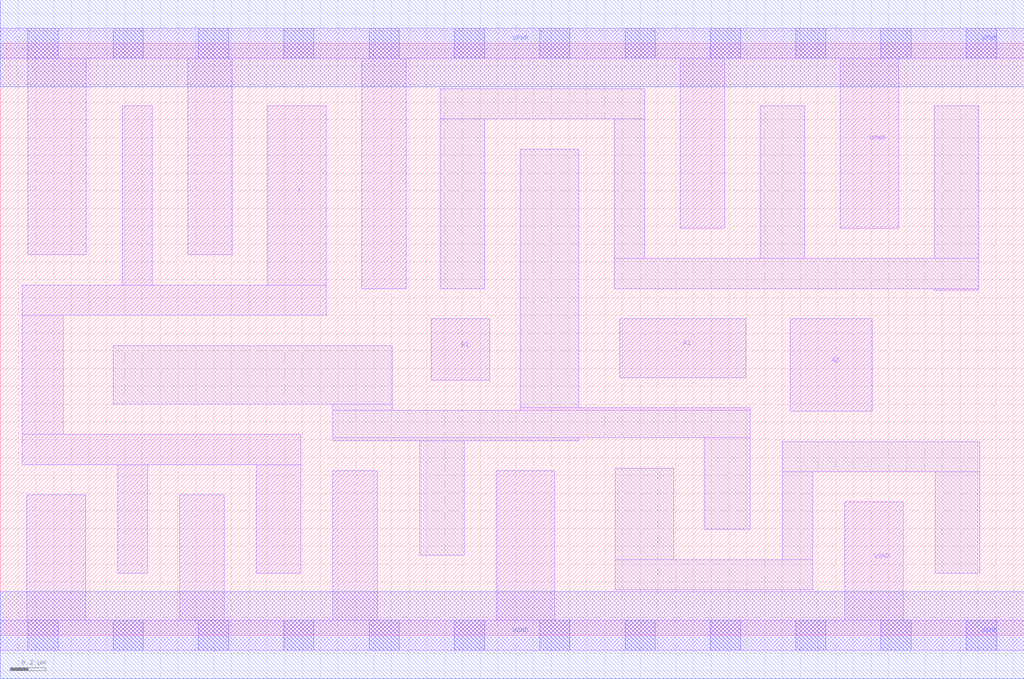
<source format=lef>
# Copyright 2020 The SkyWater PDK Authors
#
# Licensed under the Apache License, Version 2.0 (the "License");
# you may not use this file except in compliance with the License.
# You may obtain a copy of the License at
#
#     https://www.apache.org/licenses/LICENSE-2.0
#
# Unless required by applicable law or agreed to in writing, software
# distributed under the License is distributed on an "AS IS" BASIS,
# WITHOUT WARRANTIES OR CONDITIONS OF ANY KIND, either express or implied.
# See the License for the specific language governing permissions and
# limitations under the License.
#
# SPDX-License-Identifier: Apache-2.0

VERSION 5.7 ;
  NAMESCASESENSITIVE ON ;
  NOWIREEXTENSIONATPIN ON ;
  DIVIDERCHAR "/" ;
  BUSBITCHARS "[]" ;
UNITS
  DATABASE MICRONS 200 ;
END UNITS
MACRO sky130_fd_sc_ls__a21o_4
  CLASS CORE ;
  SOURCE USER ;
  FOREIGN sky130_fd_sc_ls__a21o_4 ;
  ORIGIN  0.000000  0.000000 ;
  SIZE  5.760000 BY  3.330000 ;
  SYMMETRY X Y ;
  SITE unit ;
  PIN A1
    ANTENNAGATEAREA  0.492000 ;
    DIRECTION INPUT ;
    USE SIGNAL ;
    PORT
      LAYER li1 ;
        RECT 3.485000 1.450000 4.195000 1.780000 ;
    END
  END A1
  PIN A2
    ANTENNAGATEAREA  0.492000 ;
    DIRECTION INPUT ;
    USE SIGNAL ;
    PORT
      LAYER li1 ;
        RECT 4.445000 1.260000 4.905000 1.780000 ;
    END
  END A2
  PIN B1
    ANTENNAGATEAREA  0.492000 ;
    DIRECTION INPUT ;
    USE SIGNAL ;
    PORT
      LAYER li1 ;
        RECT 2.425000 1.435000 2.755000 1.780000 ;
    END
  END B1
  PIN X
    ANTENNADIFFAREA  1.086400 ;
    DIRECTION OUTPUT ;
    USE SIGNAL ;
    PORT
      LAYER li1 ;
        RECT 0.125000 0.960000 1.690000 1.130000 ;
        RECT 0.125000 1.130000 0.355000 1.800000 ;
        RECT 0.125000 1.800000 1.835000 1.970000 ;
        RECT 0.660000 0.350000 0.830000 0.960000 ;
        RECT 0.685000 1.970000 0.855000 2.980000 ;
        RECT 1.440000 0.350000 1.690000 0.960000 ;
        RECT 1.505000 1.970000 1.835000 2.980000 ;
    END
  END X
  PIN VGND
    DIRECTION INOUT ;
    SHAPE ABUTMENT ;
    USE GROUND ;
    PORT
      LAYER li1 ;
        RECT 0.000000 -0.085000 5.760000 0.085000 ;
        RECT 0.150000  0.085000 0.480000 0.790000 ;
        RECT 1.010000  0.085000 1.260000 0.790000 ;
        RECT 1.870000  0.085000 2.120000 0.925000 ;
        RECT 2.790000  0.085000 3.120000 0.925000 ;
        RECT 4.750000  0.085000 5.080000 0.750000 ;
      LAYER mcon ;
        RECT 0.155000 -0.085000 0.325000 0.085000 ;
        RECT 0.635000 -0.085000 0.805000 0.085000 ;
        RECT 1.115000 -0.085000 1.285000 0.085000 ;
        RECT 1.595000 -0.085000 1.765000 0.085000 ;
        RECT 2.075000 -0.085000 2.245000 0.085000 ;
        RECT 2.555000 -0.085000 2.725000 0.085000 ;
        RECT 3.035000 -0.085000 3.205000 0.085000 ;
        RECT 3.515000 -0.085000 3.685000 0.085000 ;
        RECT 3.995000 -0.085000 4.165000 0.085000 ;
        RECT 4.475000 -0.085000 4.645000 0.085000 ;
        RECT 4.955000 -0.085000 5.125000 0.085000 ;
        RECT 5.435000 -0.085000 5.605000 0.085000 ;
      LAYER met1 ;
        RECT 0.000000 -0.245000 5.760000 0.245000 ;
    END
  END VGND
  PIN VPWR
    DIRECTION INOUT ;
    SHAPE ABUTMENT ;
    USE POWER ;
    PORT
      LAYER li1 ;
        RECT 0.000000 3.245000 5.760000 3.415000 ;
        RECT 0.155000 2.140000 0.485000 3.245000 ;
        RECT 1.055000 2.140000 1.305000 3.245000 ;
        RECT 2.035000 1.950000 2.285000 3.245000 ;
        RECT 3.825000 2.290000 4.075000 3.245000 ;
        RECT 4.725000 2.290000 5.055000 3.245000 ;
      LAYER mcon ;
        RECT 0.155000 3.245000 0.325000 3.415000 ;
        RECT 0.635000 3.245000 0.805000 3.415000 ;
        RECT 1.115000 3.245000 1.285000 3.415000 ;
        RECT 1.595000 3.245000 1.765000 3.415000 ;
        RECT 2.075000 3.245000 2.245000 3.415000 ;
        RECT 2.555000 3.245000 2.725000 3.415000 ;
        RECT 3.035000 3.245000 3.205000 3.415000 ;
        RECT 3.515000 3.245000 3.685000 3.415000 ;
        RECT 3.995000 3.245000 4.165000 3.415000 ;
        RECT 4.475000 3.245000 4.645000 3.415000 ;
        RECT 4.955000 3.245000 5.125000 3.415000 ;
        RECT 5.435000 3.245000 5.605000 3.415000 ;
      LAYER met1 ;
        RECT 0.000000 3.085000 5.760000 3.575000 ;
    END
  END VPWR
  OBS
    LAYER li1 ;
      RECT 0.635000 1.300000 2.205000 1.630000 ;
      RECT 1.870000 1.095000 3.255000 1.110000 ;
      RECT 1.870000 1.110000 4.220000 1.265000 ;
      RECT 1.870000 1.265000 2.205000 1.300000 ;
      RECT 2.360000 0.450000 2.610000 1.095000 ;
      RECT 2.475000 1.950000 2.725000 2.905000 ;
      RECT 2.475000 2.905000 3.625000 3.075000 ;
      RECT 2.925000 1.265000 4.220000 1.280000 ;
      RECT 2.925000 1.280000 3.255000 2.735000 ;
      RECT 3.455000 1.950000 5.505000 2.120000 ;
      RECT 3.455000 2.120000 3.625000 2.905000 ;
      RECT 3.460000 0.255000 4.570000 0.425000 ;
      RECT 3.460000 0.425000 3.790000 0.940000 ;
      RECT 3.960000 0.595000 4.220000 1.110000 ;
      RECT 4.275000 2.120000 4.525000 2.980000 ;
      RECT 4.400000 0.425000 4.570000 0.920000 ;
      RECT 4.400000 0.920000 5.510000 1.090000 ;
      RECT 5.255000 1.940000 5.505000 1.950000 ;
      RECT 5.255000 2.120000 5.505000 2.980000 ;
      RECT 5.260000 0.350000 5.510000 0.920000 ;
  END
END sky130_fd_sc_ls__a21o_4

</source>
